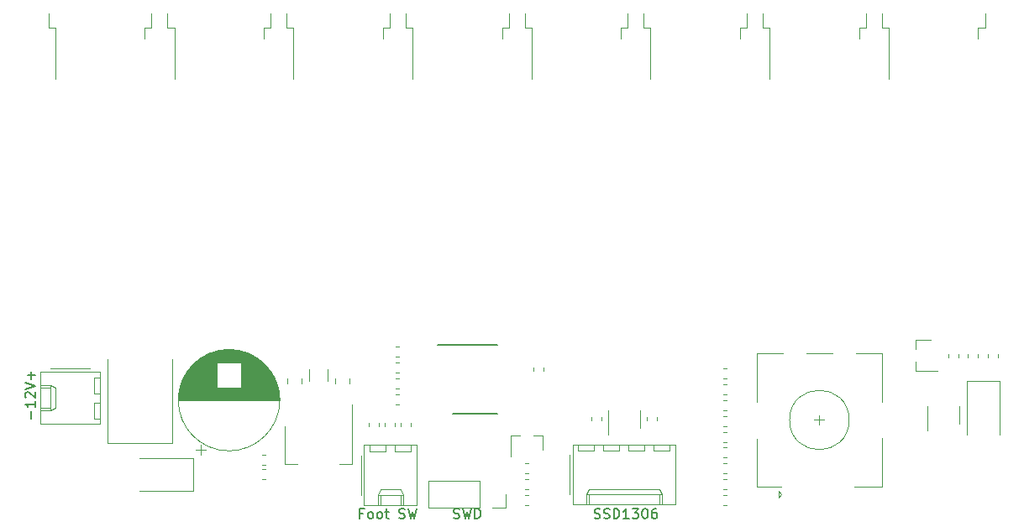
<source format=gbr>
G04 #@! TF.GenerationSoftware,KiCad,Pcbnew,5.99.0-unknown-281d77f~100~ubuntu18.04.1*
G04 #@! TF.CreationDate,2019-10-03T19:58:34+05:30*
G04 #@! TF.ProjectId,Spot_Welder,53706f74-5f57-4656-9c64-65722e6b6963,rev?*
G04 #@! TF.SameCoordinates,Original*
G04 #@! TF.FileFunction,Legend,Top*
G04 #@! TF.FilePolarity,Positive*
%FSLAX46Y46*%
G04 Gerber Fmt 4.6, Leading zero omitted, Abs format (unit mm)*
G04 Created by KiCad (PCBNEW 5.99.0-unknown-281d77f~100~ubuntu18.04.1) date 2019-10-03 19:58:34*
%MOMM*%
%LPD*%
G04 APERTURE LIST*
%ADD10C,0.150000*%
%ADD11C,0.120000*%
G04 APERTURE END LIST*
D10*
X81071428Y-169380952D02*
X81071428Y-168619047D01*
X81071428Y-165380952D02*
X81071428Y-164619047D01*
X81452380Y-165000000D02*
X80690476Y-165000000D01*
X81452380Y-167619047D02*
X81452380Y-168190476D01*
X81452380Y-167904761D02*
X80452380Y-167904761D01*
X80595238Y-168000000D01*
X80690476Y-168095238D01*
X80738095Y-168190476D01*
X80547619Y-167238095D02*
X80500000Y-167190476D01*
X80452380Y-167095238D01*
X80452380Y-166857142D01*
X80500000Y-166761904D01*
X80547619Y-166714285D01*
X80642857Y-166666666D01*
X80738095Y-166666666D01*
X80880952Y-166714285D01*
X81452380Y-167285714D01*
X81452380Y-166666666D01*
X80452380Y-166380952D02*
X81452380Y-166047619D01*
X80452380Y-165714285D01*
X114523809Y-178928571D02*
X114190476Y-178928571D01*
X114190476Y-179452380D02*
X114190476Y-178452380D01*
X114666666Y-178452380D01*
X115190476Y-179452380D02*
X115095238Y-179404761D01*
X115047619Y-179357142D01*
X115000000Y-179261904D01*
X115000000Y-178976190D01*
X115047619Y-178880952D01*
X115095238Y-178833333D01*
X115190476Y-178785714D01*
X115333333Y-178785714D01*
X115428571Y-178833333D01*
X115476190Y-178880952D01*
X115523809Y-178976190D01*
X115523809Y-179261904D01*
X115476190Y-179357142D01*
X115428571Y-179404761D01*
X115333333Y-179452380D01*
X115190476Y-179452380D01*
X116095238Y-179452380D02*
X116000000Y-179404761D01*
X115952380Y-179357142D01*
X115904761Y-179261904D01*
X115904761Y-178976190D01*
X115952380Y-178880952D01*
X116000000Y-178833333D01*
X116095238Y-178785714D01*
X116238095Y-178785714D01*
X116333333Y-178833333D01*
X116380952Y-178880952D01*
X116428571Y-178976190D01*
X116428571Y-179261904D01*
X116380952Y-179357142D01*
X116333333Y-179404761D01*
X116238095Y-179452380D01*
X116095238Y-179452380D01*
X116714285Y-178785714D02*
X117095238Y-178785714D01*
X116857142Y-178452380D02*
X116857142Y-179309523D01*
X116904761Y-179404761D01*
X117000000Y-179452380D01*
X117095238Y-179452380D01*
X118142857Y-179404761D02*
X118285714Y-179452380D01*
X118523809Y-179452380D01*
X118619047Y-179404761D01*
X118666666Y-179357142D01*
X118714285Y-179261904D01*
X118714285Y-179166666D01*
X118666666Y-179071428D01*
X118619047Y-179023809D01*
X118523809Y-178976190D01*
X118333333Y-178928571D01*
X118238095Y-178880952D01*
X118190476Y-178833333D01*
X118142857Y-178738095D01*
X118142857Y-178642857D01*
X118190476Y-178547619D01*
X118238095Y-178500000D01*
X118333333Y-178452380D01*
X118571428Y-178452380D01*
X118714285Y-178500000D01*
X119047619Y-178452380D02*
X119285714Y-179452380D01*
X119476190Y-178738095D01*
X119666666Y-179452380D01*
X119904761Y-178452380D01*
X123642857Y-179404761D02*
X123785714Y-179452380D01*
X124023809Y-179452380D01*
X124119047Y-179404761D01*
X124166666Y-179357142D01*
X124214285Y-179261904D01*
X124214285Y-179166666D01*
X124166666Y-179071428D01*
X124119047Y-179023809D01*
X124023809Y-178976190D01*
X123833333Y-178928571D01*
X123738095Y-178880952D01*
X123690476Y-178833333D01*
X123642857Y-178738095D01*
X123642857Y-178642857D01*
X123690476Y-178547619D01*
X123738095Y-178500000D01*
X123833333Y-178452380D01*
X124071428Y-178452380D01*
X124214285Y-178500000D01*
X124547619Y-178452380D02*
X124785714Y-179452380D01*
X124976190Y-178738095D01*
X125166666Y-179452380D01*
X125404761Y-178452380D01*
X125785714Y-179452380D02*
X125785714Y-178452380D01*
X126023809Y-178452380D01*
X126166666Y-178500000D01*
X126261904Y-178595238D01*
X126309523Y-178690476D01*
X126357142Y-178880952D01*
X126357142Y-179023809D01*
X126309523Y-179214285D01*
X126261904Y-179309523D01*
X126166666Y-179404761D01*
X126023809Y-179452380D01*
X125785714Y-179452380D01*
X137833333Y-179404761D02*
X137976190Y-179452380D01*
X138214285Y-179452380D01*
X138309523Y-179404761D01*
X138357142Y-179357142D01*
X138404761Y-179261904D01*
X138404761Y-179166666D01*
X138357142Y-179071428D01*
X138309523Y-179023809D01*
X138214285Y-178976190D01*
X138023809Y-178928571D01*
X137928571Y-178880952D01*
X137880952Y-178833333D01*
X137833333Y-178738095D01*
X137833333Y-178642857D01*
X137880952Y-178547619D01*
X137928571Y-178500000D01*
X138023809Y-178452380D01*
X138261904Y-178452380D01*
X138404761Y-178500000D01*
X138785714Y-179404761D02*
X138928571Y-179452380D01*
X139166666Y-179452380D01*
X139261904Y-179404761D01*
X139309523Y-179357142D01*
X139357142Y-179261904D01*
X139357142Y-179166666D01*
X139309523Y-179071428D01*
X139261904Y-179023809D01*
X139166666Y-178976190D01*
X138976190Y-178928571D01*
X138880952Y-178880952D01*
X138833333Y-178833333D01*
X138785714Y-178738095D01*
X138785714Y-178642857D01*
X138833333Y-178547619D01*
X138880952Y-178500000D01*
X138976190Y-178452380D01*
X139214285Y-178452380D01*
X139357142Y-178500000D01*
X139785714Y-179452380D02*
X139785714Y-178452380D01*
X140023809Y-178452380D01*
X140166666Y-178500000D01*
X140261904Y-178595238D01*
X140309523Y-178690476D01*
X140357142Y-178880952D01*
X140357142Y-179023809D01*
X140309523Y-179214285D01*
X140261904Y-179309523D01*
X140166666Y-179404761D01*
X140023809Y-179452380D01*
X139785714Y-179452380D01*
X141309523Y-179452380D02*
X140738095Y-179452380D01*
X141023809Y-179452380D02*
X141023809Y-178452380D01*
X140928571Y-178595238D01*
X140833333Y-178690476D01*
X140738095Y-178738095D01*
X141642857Y-178452380D02*
X142261904Y-178452380D01*
X141928571Y-178833333D01*
X142071428Y-178833333D01*
X142166666Y-178880952D01*
X142214285Y-178928571D01*
X142261904Y-179023809D01*
X142261904Y-179261904D01*
X142214285Y-179357142D01*
X142166666Y-179404761D01*
X142071428Y-179452380D01*
X141785714Y-179452380D01*
X141690476Y-179404761D01*
X141642857Y-179357142D01*
X142880952Y-178452380D02*
X142976190Y-178452380D01*
X143071428Y-178500000D01*
X143119047Y-178547619D01*
X143166666Y-178642857D01*
X143214285Y-178833333D01*
X143214285Y-179071428D01*
X143166666Y-179261904D01*
X143119047Y-179357142D01*
X143071428Y-179404761D01*
X142976190Y-179452380D01*
X142880952Y-179452380D01*
X142785714Y-179404761D01*
X142738095Y-179357142D01*
X142690476Y-179261904D01*
X142642857Y-179071428D01*
X142642857Y-178833333D01*
X142690476Y-178642857D01*
X142738095Y-178547619D01*
X142785714Y-178500000D01*
X142880952Y-178452380D01*
X144071428Y-178452380D02*
X143880952Y-178452380D01*
X143785714Y-178500000D01*
X143738095Y-178547619D01*
X143642857Y-178690476D01*
X143595238Y-178880952D01*
X143595238Y-179261904D01*
X143642857Y-179357142D01*
X143690476Y-179404761D01*
X143785714Y-179452380D01*
X143976190Y-179452380D01*
X144071428Y-179404761D01*
X144119047Y-179357142D01*
X144166666Y-179261904D01*
X144166666Y-179023809D01*
X144119047Y-178928571D01*
X144071428Y-178880952D01*
X143976190Y-178833333D01*
X143785714Y-178833333D01*
X143690476Y-178880952D01*
X143642857Y-178928571D01*
X143595238Y-179023809D01*
D11*
X176510000Y-129950000D02*
X176510000Y-131050000D01*
X177200000Y-129950000D02*
X176510000Y-129950000D01*
X177200000Y-128450000D02*
X177200000Y-129950000D01*
X167490000Y-129950000D02*
X167490000Y-135075000D01*
X166800000Y-129950000D02*
X167490000Y-129950000D01*
X166800000Y-128450000D02*
X166800000Y-129950000D01*
D10*
X122050000Y-161950000D02*
X128025000Y-161950000D01*
X123575000Y-168850000D02*
X128025000Y-168850000D01*
D11*
X130837221Y-176510000D02*
X131162779Y-176510000D01*
X130837221Y-175490000D02*
X131162779Y-175490000D01*
X118162779Y-163690000D02*
X117837221Y-163690000D01*
X118162779Y-164710000D02*
X117837221Y-164710000D01*
X128870000Y-177000000D02*
X128870000Y-178330000D01*
X128870000Y-178330000D02*
X127540000Y-178330000D01*
X126270000Y-178330000D02*
X121130000Y-178330000D01*
X121130000Y-175670000D02*
X121130000Y-178330000D01*
X126270000Y-175670000D02*
X121130000Y-175670000D01*
X126270000Y-175670000D02*
X126270000Y-178330000D01*
X117837221Y-167910000D02*
X118162779Y-167910000D01*
X117837221Y-166890000D02*
X118162779Y-166890000D01*
X118162779Y-165290000D02*
X117837221Y-165290000D01*
X118162779Y-166310000D02*
X117837221Y-166310000D01*
X132710000Y-164562779D02*
X132710000Y-164237221D01*
X131690000Y-164562779D02*
X131690000Y-164237221D01*
X118162779Y-162090000D02*
X117837221Y-162090000D01*
X118162779Y-163110000D02*
X117837221Y-163110000D01*
X139190000Y-168500000D02*
X139190000Y-170950000D01*
X142410000Y-170300000D02*
X142410000Y-168500000D01*
X143090000Y-169237221D02*
X143090000Y-169562779D01*
X144110000Y-169237221D02*
X144110000Y-169562779D01*
X137490000Y-169237221D02*
X137490000Y-169562779D01*
X138510000Y-169237221D02*
X138510000Y-169562779D01*
X113110000Y-165858578D02*
X113110000Y-165341422D01*
X111690000Y-165858578D02*
X111690000Y-165341422D01*
X110910000Y-165602064D02*
X110910000Y-164397936D01*
X109090000Y-165602064D02*
X109090000Y-164397936D01*
X108310000Y-165858578D02*
X108310000Y-165341422D01*
X106890000Y-165858578D02*
X106890000Y-165341422D01*
X140510000Y-129950000D02*
X140510000Y-131050000D01*
X141200000Y-129950000D02*
X140510000Y-129950000D01*
X141200000Y-128450000D02*
X141200000Y-129950000D01*
X131490000Y-129950000D02*
X131490000Y-135075000D01*
X130800000Y-129950000D02*
X131490000Y-129950000D01*
X130800000Y-128450000D02*
X130800000Y-129950000D01*
X116510000Y-129950000D02*
X116510000Y-131050000D01*
X117200000Y-129950000D02*
X116510000Y-129950000D01*
X117200000Y-128450000D02*
X117200000Y-129950000D01*
X107490000Y-129950000D02*
X107490000Y-135075000D01*
X106800000Y-129950000D02*
X107490000Y-129950000D01*
X106800000Y-128450000D02*
X106800000Y-129950000D01*
X164510000Y-129950000D02*
X164510000Y-131050000D01*
X165200000Y-129950000D02*
X164510000Y-129950000D01*
X165200000Y-128450000D02*
X165200000Y-129950000D01*
X155490000Y-129950000D02*
X155490000Y-135075000D01*
X154800000Y-129950000D02*
X155490000Y-129950000D01*
X154800000Y-128450000D02*
X154800000Y-129950000D01*
X128510000Y-129950000D02*
X128510000Y-131050000D01*
X129200000Y-129950000D02*
X128510000Y-129950000D01*
X129200000Y-128450000D02*
X129200000Y-129950000D01*
X119490000Y-129950000D02*
X119490000Y-135075000D01*
X118800000Y-129950000D02*
X119490000Y-129950000D01*
X118800000Y-128450000D02*
X118800000Y-129950000D01*
X92510000Y-129950000D02*
X92510000Y-131050000D01*
X93200000Y-129950000D02*
X92510000Y-129950000D01*
X93200000Y-128450000D02*
X93200000Y-129950000D01*
X83490000Y-129950000D02*
X83490000Y-135075000D01*
X82800000Y-129950000D02*
X83490000Y-129950000D01*
X82800000Y-128450000D02*
X82800000Y-129950000D01*
X152510000Y-129950000D02*
X152510000Y-131050000D01*
X153200000Y-129950000D02*
X152510000Y-129950000D01*
X153200000Y-128450000D02*
X153200000Y-129950000D01*
X143490000Y-129950000D02*
X143490000Y-135075000D01*
X142800000Y-129950000D02*
X143490000Y-129950000D01*
X142800000Y-128450000D02*
X142800000Y-129950000D01*
X171390000Y-168100000D02*
X171390000Y-170550000D01*
X174610000Y-169900000D02*
X174610000Y-168100000D01*
X113410000Y-167900000D02*
X113410000Y-173910000D01*
X106590000Y-170150000D02*
X106590000Y-173910000D01*
X113410000Y-173910000D02*
X112150000Y-173910000D01*
X106590000Y-173910000D02*
X107850000Y-173910000D01*
X104510000Y-129950000D02*
X104510000Y-131050000D01*
X105200000Y-129950000D02*
X104510000Y-129950000D01*
X105200000Y-128450000D02*
X105200000Y-129950000D01*
X95490000Y-129950000D02*
X95490000Y-135075000D01*
X94800000Y-129950000D02*
X95490000Y-129950000D01*
X94800000Y-128450000D02*
X94800000Y-129950000D01*
X163500000Y-169500000D02*
G75*
G03X163500000Y-169500000I-3000000J0D01*
G01*
X154200000Y-167700000D02*
X154200000Y-162800000D01*
X166800000Y-162800000D02*
X166800000Y-167700000D01*
X166800000Y-171300000D02*
X166800000Y-176200000D01*
X166800000Y-176200000D02*
X164000000Y-176200000D01*
X154200000Y-171400000D02*
X154200000Y-176200000D01*
X154200000Y-176200000D02*
X156700000Y-176200000D01*
X156700000Y-177000000D02*
X156400000Y-177300000D01*
X156400000Y-177300000D02*
X156400000Y-176700000D01*
X156400000Y-176700000D02*
X156700000Y-177000000D01*
X154200000Y-162800000D02*
X156800000Y-162800000D01*
X159200000Y-162800000D02*
X161800000Y-162800000D01*
X164200000Y-162800000D02*
X166800000Y-162800000D01*
X160000000Y-169500000D02*
X161000000Y-169500000D01*
X160500000Y-170000000D02*
X160500000Y-169000000D01*
X150837221Y-168510000D02*
X151162779Y-168510000D01*
X150837221Y-167490000D02*
X151162779Y-167490000D01*
X150837221Y-165310000D02*
X151162779Y-165310000D01*
X150837221Y-164290000D02*
X151162779Y-164290000D01*
X151162779Y-177090000D02*
X150837221Y-177090000D01*
X151162779Y-178110000D02*
X150837221Y-178110000D01*
X151162779Y-175490000D02*
X150837221Y-175490000D01*
X151162779Y-176510000D02*
X150837221Y-176510000D01*
X151162779Y-170690000D02*
X150837221Y-170690000D01*
X151162779Y-171710000D02*
X150837221Y-171710000D01*
X150837221Y-173310000D02*
X151162779Y-173310000D01*
X150837221Y-172290000D02*
X151162779Y-172290000D01*
X176510000Y-163162779D02*
X176510000Y-162837221D01*
X175490000Y-163162779D02*
X175490000Y-162837221D01*
X177490000Y-162837221D02*
X177490000Y-163162779D01*
X178510000Y-162837221D02*
X178510000Y-163162779D01*
X131162779Y-177090000D02*
X130837221Y-177090000D01*
X131162779Y-178110000D02*
X130837221Y-178110000D01*
X117710000Y-170162779D02*
X117710000Y-169837221D01*
X116690000Y-170162779D02*
X116690000Y-169837221D01*
X115090000Y-169837221D02*
X115090000Y-170162779D01*
X116110000Y-169837221D02*
X116110000Y-170162779D01*
X119340000Y-172638750D02*
X119340000Y-172038750D01*
X117740000Y-172638750D02*
X119340000Y-172638750D01*
X117740000Y-172038750D02*
X117740000Y-172638750D01*
X116800000Y-172638750D02*
X116800000Y-172038750D01*
X115200000Y-172638750D02*
X116800000Y-172638750D01*
X115200000Y-172038750D02*
X115200000Y-172638750D01*
X118290000Y-178058750D02*
X118290000Y-177058750D01*
X116250000Y-178058750D02*
X116250000Y-177058750D01*
X118290000Y-176528750D02*
X118540000Y-177058750D01*
X116250000Y-176528750D02*
X118290000Y-176528750D01*
X116000000Y-177058750D02*
X116250000Y-176528750D01*
X118540000Y-177058750D02*
X118540000Y-178058750D01*
X116000000Y-177058750D02*
X118540000Y-177058750D01*
X116000000Y-178058750D02*
X116000000Y-177058750D01*
X114330000Y-173068750D02*
X114330000Y-177068750D01*
X119920000Y-172038750D02*
X114620000Y-172038750D01*
X119920000Y-178058750D02*
X119920000Y-172038750D01*
X114620000Y-178058750D02*
X119920000Y-178058750D01*
X114620000Y-172038750D02*
X114620000Y-178058750D01*
X87430000Y-169340000D02*
X88030000Y-169340000D01*
X87430000Y-167740000D02*
X87430000Y-169340000D01*
X88030000Y-167740000D02*
X87430000Y-167740000D01*
X87430000Y-166800000D02*
X88030000Y-166800000D01*
X87430000Y-165200000D02*
X87430000Y-166800000D01*
X88030000Y-165200000D02*
X87430000Y-165200000D01*
X82010000Y-168290000D02*
X83010000Y-168290000D01*
X82010000Y-166250000D02*
X83010000Y-166250000D01*
X83540000Y-168290000D02*
X83010000Y-168540000D01*
X83540000Y-166250000D02*
X83540000Y-168290000D01*
X83010000Y-166000000D02*
X83540000Y-166250000D01*
X83010000Y-168540000D02*
X82010000Y-168540000D01*
X83010000Y-166000000D02*
X83010000Y-168540000D01*
X82010000Y-166000000D02*
X83010000Y-166000000D01*
X87000000Y-164330000D02*
X83000000Y-164330000D01*
X88030000Y-169920000D02*
X88030000Y-164620000D01*
X82010000Y-169920000D02*
X88030000Y-169920000D01*
X82010000Y-164620000D02*
X82010000Y-169920000D01*
X88030000Y-164620000D02*
X82010000Y-164620000D01*
X145420000Y-172570000D02*
X145420000Y-171970000D01*
X143820000Y-172570000D02*
X145420000Y-172570000D01*
X143820000Y-171970000D02*
X143820000Y-172570000D01*
X142880000Y-172570000D02*
X142880000Y-171970000D01*
X141280000Y-172570000D02*
X142880000Y-172570000D01*
X141280000Y-171970000D02*
X141280000Y-172570000D01*
X140340000Y-172570000D02*
X140340000Y-171970000D01*
X138740000Y-172570000D02*
X140340000Y-172570000D01*
X138740000Y-171970000D02*
X138740000Y-172570000D01*
X137800000Y-172570000D02*
X137800000Y-171970000D01*
X136200000Y-172570000D02*
X137800000Y-172570000D01*
X136200000Y-171970000D02*
X136200000Y-172570000D01*
X144370000Y-177990000D02*
X144370000Y-176990000D01*
X137250000Y-177990000D02*
X137250000Y-176990000D01*
X144370000Y-176460000D02*
X144620000Y-176990000D01*
X137250000Y-176460000D02*
X144370000Y-176460000D01*
X137000000Y-176990000D02*
X137250000Y-176460000D01*
X144620000Y-176990000D02*
X144620000Y-177990000D01*
X137000000Y-176990000D02*
X144620000Y-176990000D01*
X137000000Y-177990000D02*
X137000000Y-176990000D01*
X135330000Y-173000000D02*
X135330000Y-177000000D01*
X146000000Y-171970000D02*
X135620000Y-171970000D01*
X146000000Y-177990000D02*
X146000000Y-171970000D01*
X135620000Y-177990000D02*
X146000000Y-177990000D01*
X135620000Y-171970000D02*
X135620000Y-177990000D01*
X178650000Y-165600000D02*
X178650000Y-171000000D01*
X175350000Y-165600000D02*
X175350000Y-171000000D01*
X178650000Y-165600000D02*
X175350000Y-165600000D01*
X170240000Y-161420000D02*
X171700000Y-161420000D01*
X170240000Y-164580000D02*
X172400000Y-164580000D01*
X170240000Y-164580000D02*
X170240000Y-163650000D01*
X170240000Y-161420000D02*
X170240000Y-162350000D01*
X132580000Y-171040000D02*
X132580000Y-172500000D01*
X129420000Y-171040000D02*
X129420000Y-173200000D01*
X129420000Y-171040000D02*
X130350000Y-171040000D01*
X132580000Y-171040000D02*
X131650000Y-171040000D01*
X97400000Y-176650000D02*
X92000000Y-176650000D01*
X97400000Y-173350000D02*
X92000000Y-173350000D01*
X97400000Y-176650000D02*
X97400000Y-173350000D01*
X88750000Y-171800000D02*
X88750000Y-163400000D01*
X95250000Y-171800000D02*
X95250000Y-163400000D01*
X95250000Y-171800000D02*
X88750000Y-171800000D01*
X150837221Y-166910000D02*
X151162779Y-166910000D01*
X150837221Y-165890000D02*
X151162779Y-165890000D01*
X151162779Y-173890000D02*
X150837221Y-173890000D01*
X151162779Y-174910000D02*
X150837221Y-174910000D01*
X151162779Y-169090000D02*
X150837221Y-169090000D01*
X151162779Y-170110000D02*
X150837221Y-170110000D01*
X174510000Y-163162779D02*
X174510000Y-162837221D01*
X173490000Y-163162779D02*
X173490000Y-162837221D01*
X130837221Y-174910000D02*
X131162779Y-174910000D01*
X130837221Y-173890000D02*
X131162779Y-173890000D01*
X119310000Y-170162779D02*
X119310000Y-169837221D01*
X118290000Y-170162779D02*
X118290000Y-169837221D01*
X104662779Y-174490000D02*
X104337221Y-174490000D01*
X104662779Y-175510000D02*
X104337221Y-175510000D01*
X97625000Y-172479646D02*
X98625000Y-172479646D01*
X98125000Y-172979646D02*
X98125000Y-171979646D01*
X100401000Y-162419000D02*
X101599000Y-162419000D01*
X100138000Y-162459000D02*
X101862000Y-162459000D01*
X99938000Y-162499000D02*
X102062000Y-162499000D01*
X99770000Y-162539000D02*
X102230000Y-162539000D01*
X99622000Y-162579000D02*
X102378000Y-162579000D01*
X99490000Y-162619000D02*
X102510000Y-162619000D01*
X99370000Y-162659000D02*
X102630000Y-162659000D01*
X99258000Y-162699000D02*
X102742000Y-162699000D01*
X99154000Y-162739000D02*
X102846000Y-162739000D01*
X99056000Y-162779000D02*
X102944000Y-162779000D01*
X98963000Y-162819000D02*
X103037000Y-162819000D01*
X98875000Y-162859000D02*
X103125000Y-162859000D01*
X98791000Y-162899000D02*
X103209000Y-162899000D01*
X98711000Y-162939000D02*
X103289000Y-162939000D01*
X98635000Y-162979000D02*
X103365000Y-162979000D01*
X98561000Y-163019000D02*
X103439000Y-163019000D01*
X98490000Y-163059000D02*
X103510000Y-163059000D01*
X98421000Y-163099000D02*
X103579000Y-163099000D01*
X98355000Y-163139000D02*
X103645000Y-163139000D01*
X98291000Y-163179000D02*
X103709000Y-163179000D01*
X98230000Y-163219000D02*
X103770000Y-163219000D01*
X98170000Y-163259000D02*
X103830000Y-163259000D01*
X98111000Y-163299000D02*
X103889000Y-163299000D01*
X98055000Y-163339000D02*
X103945000Y-163339000D01*
X98000000Y-163379000D02*
X104000000Y-163379000D01*
X97946000Y-163419000D02*
X104054000Y-163419000D01*
X97894000Y-163459000D02*
X104106000Y-163459000D01*
X97844000Y-163499000D02*
X104156000Y-163499000D01*
X97794000Y-163539000D02*
X104206000Y-163539000D01*
X97746000Y-163579000D02*
X104254000Y-163579000D01*
X97699000Y-163619000D02*
X104301000Y-163619000D01*
X97653000Y-163659000D02*
X104347000Y-163659000D01*
X97608000Y-163699000D02*
X104392000Y-163699000D01*
X97564000Y-163739000D02*
X104436000Y-163739000D01*
X102241000Y-163779000D02*
X104478000Y-163779000D01*
X97522000Y-163779000D02*
X99759000Y-163779000D01*
X102241000Y-163819000D02*
X104520000Y-163819000D01*
X97480000Y-163819000D02*
X99759000Y-163819000D01*
X102241000Y-163859000D02*
X104561000Y-163859000D01*
X97439000Y-163859000D02*
X99759000Y-163859000D01*
X102241000Y-163899000D02*
X104601000Y-163899000D01*
X97399000Y-163899000D02*
X99759000Y-163899000D01*
X102241000Y-163939000D02*
X104640000Y-163939000D01*
X97360000Y-163939000D02*
X99759000Y-163939000D01*
X102241000Y-163979000D02*
X104679000Y-163979000D01*
X97321000Y-163979000D02*
X99759000Y-163979000D01*
X102241000Y-164019000D02*
X104716000Y-164019000D01*
X97284000Y-164019000D02*
X99759000Y-164019000D01*
X102241000Y-164059000D02*
X104753000Y-164059000D01*
X97247000Y-164059000D02*
X99759000Y-164059000D01*
X102241000Y-164099000D02*
X104789000Y-164099000D01*
X97211000Y-164099000D02*
X99759000Y-164099000D01*
X102241000Y-164139000D02*
X104824000Y-164139000D01*
X97176000Y-164139000D02*
X99759000Y-164139000D01*
X102241000Y-164179000D02*
X104858000Y-164179000D01*
X97142000Y-164179000D02*
X99759000Y-164179000D01*
X102241000Y-164219000D02*
X104892000Y-164219000D01*
X97108000Y-164219000D02*
X99759000Y-164219000D01*
X102241000Y-164259000D02*
X104925000Y-164259000D01*
X97075000Y-164259000D02*
X99759000Y-164259000D01*
X102241000Y-164299000D02*
X104957000Y-164299000D01*
X97043000Y-164299000D02*
X99759000Y-164299000D01*
X102241000Y-164339000D02*
X104989000Y-164339000D01*
X97011000Y-164339000D02*
X99759000Y-164339000D01*
X102241000Y-164379000D02*
X105020000Y-164379000D01*
X96980000Y-164379000D02*
X99759000Y-164379000D01*
X102241000Y-164419000D02*
X105050000Y-164419000D01*
X96950000Y-164419000D02*
X99759000Y-164419000D01*
X102241000Y-164459000D02*
X105080000Y-164459000D01*
X96920000Y-164459000D02*
X99759000Y-164459000D01*
X102241000Y-164499000D02*
X105110000Y-164499000D01*
X96890000Y-164499000D02*
X99759000Y-164499000D01*
X102241000Y-164539000D02*
X105138000Y-164539000D01*
X96862000Y-164539000D02*
X99759000Y-164539000D01*
X102241000Y-164579000D02*
X105166000Y-164579000D01*
X96834000Y-164579000D02*
X99759000Y-164579000D01*
X102241000Y-164619000D02*
X105194000Y-164619000D01*
X96806000Y-164619000D02*
X99759000Y-164619000D01*
X102241000Y-164659000D02*
X105221000Y-164659000D01*
X96779000Y-164659000D02*
X99759000Y-164659000D01*
X102241000Y-164699000D02*
X105247000Y-164699000D01*
X96753000Y-164699000D02*
X99759000Y-164699000D01*
X102241000Y-164739000D02*
X105273000Y-164739000D01*
X96727000Y-164739000D02*
X99759000Y-164739000D01*
X102241000Y-164779000D02*
X105298000Y-164779000D01*
X96702000Y-164779000D02*
X99759000Y-164779000D01*
X102241000Y-164819000D02*
X105323000Y-164819000D01*
X96677000Y-164819000D02*
X99759000Y-164819000D01*
X102241000Y-164859000D02*
X105347000Y-164859000D01*
X96653000Y-164859000D02*
X99759000Y-164859000D01*
X102241000Y-164899000D02*
X105371000Y-164899000D01*
X96629000Y-164899000D02*
X99759000Y-164899000D01*
X102241000Y-164939000D02*
X105395000Y-164939000D01*
X96605000Y-164939000D02*
X99759000Y-164939000D01*
X102241000Y-164979000D02*
X105417000Y-164979000D01*
X96583000Y-164979000D02*
X99759000Y-164979000D01*
X102241000Y-165019000D02*
X105440000Y-165019000D01*
X96560000Y-165019000D02*
X99759000Y-165019000D01*
X102241000Y-165059000D02*
X105462000Y-165059000D01*
X96538000Y-165059000D02*
X99759000Y-165059000D01*
X102241000Y-165099000D02*
X105483000Y-165099000D01*
X96517000Y-165099000D02*
X99759000Y-165099000D01*
X102241000Y-165139000D02*
X105504000Y-165139000D01*
X96496000Y-165139000D02*
X99759000Y-165139000D01*
X102241000Y-165179000D02*
X105525000Y-165179000D01*
X96475000Y-165179000D02*
X99759000Y-165179000D01*
X102241000Y-165219000D02*
X105545000Y-165219000D01*
X96455000Y-165219000D02*
X99759000Y-165219000D01*
X102241000Y-165259000D02*
X105564000Y-165259000D01*
X96436000Y-165259000D02*
X99759000Y-165259000D01*
X102241000Y-165299000D02*
X105584000Y-165299000D01*
X96416000Y-165299000D02*
X99759000Y-165299000D01*
X102241000Y-165339000D02*
X105603000Y-165339000D01*
X96397000Y-165339000D02*
X99759000Y-165339000D01*
X102241000Y-165379000D02*
X105621000Y-165379000D01*
X96379000Y-165379000D02*
X99759000Y-165379000D01*
X102241000Y-165419000D02*
X105639000Y-165419000D01*
X96361000Y-165419000D02*
X99759000Y-165419000D01*
X102241000Y-165459000D02*
X105657000Y-165459000D01*
X96343000Y-165459000D02*
X99759000Y-165459000D01*
X102241000Y-165499000D02*
X105674000Y-165499000D01*
X96326000Y-165499000D02*
X99759000Y-165499000D01*
X102241000Y-165539000D02*
X105690000Y-165539000D01*
X96310000Y-165539000D02*
X99759000Y-165539000D01*
X102241000Y-165579000D02*
X105707000Y-165579000D01*
X96293000Y-165579000D02*
X99759000Y-165579000D01*
X102241000Y-165619000D02*
X105723000Y-165619000D01*
X96277000Y-165619000D02*
X99759000Y-165619000D01*
X102241000Y-165659000D02*
X105738000Y-165659000D01*
X96262000Y-165659000D02*
X99759000Y-165659000D01*
X102241000Y-165699000D02*
X105754000Y-165699000D01*
X96246000Y-165699000D02*
X99759000Y-165699000D01*
X102241000Y-165739000D02*
X105768000Y-165739000D01*
X96232000Y-165739000D02*
X99759000Y-165739000D01*
X102241000Y-165779000D02*
X105783000Y-165779000D01*
X96217000Y-165779000D02*
X99759000Y-165779000D01*
X102241000Y-165819000D02*
X105797000Y-165819000D01*
X96203000Y-165819000D02*
X99759000Y-165819000D01*
X102241000Y-165859000D02*
X105811000Y-165859000D01*
X96189000Y-165859000D02*
X99759000Y-165859000D01*
X102241000Y-165899000D02*
X105824000Y-165899000D01*
X96176000Y-165899000D02*
X99759000Y-165899000D01*
X102241000Y-165939000D02*
X105837000Y-165939000D01*
X96163000Y-165939000D02*
X99759000Y-165939000D01*
X102241000Y-165979000D02*
X105850000Y-165979000D01*
X96150000Y-165979000D02*
X99759000Y-165979000D01*
X102241000Y-166019000D02*
X105862000Y-166019000D01*
X96138000Y-166019000D02*
X99759000Y-166019000D01*
X102241000Y-166059000D02*
X105874000Y-166059000D01*
X96126000Y-166059000D02*
X99759000Y-166059000D01*
X102241000Y-166099000D02*
X105885000Y-166099000D01*
X96115000Y-166099000D02*
X99759000Y-166099000D01*
X102241000Y-166139000D02*
X105897000Y-166139000D01*
X96103000Y-166139000D02*
X99759000Y-166139000D01*
X102241000Y-166179000D02*
X105907000Y-166179000D01*
X96093000Y-166179000D02*
X99759000Y-166179000D01*
X102241000Y-166219000D02*
X105918000Y-166219000D01*
X96082000Y-166219000D02*
X99759000Y-166219000D01*
X96072000Y-166259000D02*
X105928000Y-166259000D01*
X96062000Y-166299000D02*
X105938000Y-166299000D01*
X96053000Y-166339000D02*
X105947000Y-166339000D01*
X96044000Y-166379000D02*
X105956000Y-166379000D01*
X96035000Y-166419000D02*
X105965000Y-166419000D01*
X96026000Y-166459000D02*
X105974000Y-166459000D01*
X96018000Y-166499000D02*
X105982000Y-166499000D01*
X96010000Y-166539000D02*
X105990000Y-166539000D01*
X96003000Y-166579000D02*
X105997000Y-166579000D01*
X95996000Y-166619000D02*
X106004000Y-166619000D01*
X95989000Y-166659000D02*
X106011000Y-166659000D01*
X95982000Y-166699000D02*
X106018000Y-166699000D01*
X95976000Y-166739000D02*
X106024000Y-166739000D01*
X95970000Y-166779000D02*
X106030000Y-166779000D01*
X95965000Y-166820000D02*
X106035000Y-166820000D01*
X95960000Y-166860000D02*
X106040000Y-166860000D01*
X95955000Y-166900000D02*
X106045000Y-166900000D01*
X95950000Y-166940000D02*
X106050000Y-166940000D01*
X95946000Y-166980000D02*
X106054000Y-166980000D01*
X95942000Y-167020000D02*
X106058000Y-167020000D01*
X95938000Y-167060000D02*
X106062000Y-167060000D01*
X95935000Y-167100000D02*
X106065000Y-167100000D01*
X95932000Y-167140000D02*
X106068000Y-167140000D01*
X95930000Y-167180000D02*
X106070000Y-167180000D01*
X95927000Y-167220000D02*
X106073000Y-167220000D01*
X95925000Y-167260000D02*
X106075000Y-167260000D01*
X95923000Y-167300000D02*
X106077000Y-167300000D01*
X95922000Y-167340000D02*
X106078000Y-167340000D01*
X95921000Y-167380000D02*
X106079000Y-167380000D01*
X95920000Y-167420000D02*
X106080000Y-167420000D01*
X95920000Y-167460000D02*
X106080000Y-167460000D01*
X95920000Y-167500000D02*
X106080000Y-167500000D01*
X106120000Y-167500000D02*
G75*
G03X106120000Y-167500000I-5120000J0D01*
G01*
X104662779Y-172990000D02*
X104337221Y-172990000D01*
X104662779Y-174010000D02*
X104337221Y-174010000D01*
M02*

</source>
